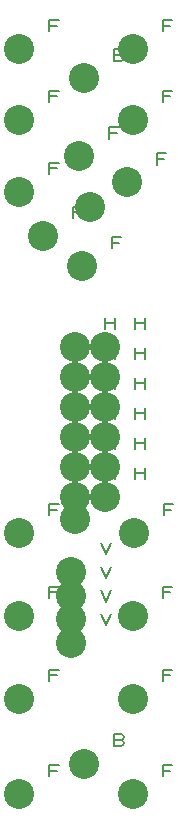
<source format=gbr>
G04 DesignSpark PCB PRO Gerber Version 10.0 Build 5299*
G04 #@! TF.Part,Single*
G04 #@! TF.FileFunction,Drillmap*
G04 #@! TF.FilePolarity,Positive*
%FSLAX35Y35*%
%MOIN*%
%ADD119C,0.00500*%
G04 #@! TA.AperFunction,ViaPad*
%ADD118C,0.10000*%
G04 #@! TD.AperFunction*
X0Y0D02*
D02*
D118*
X25841Y13636D03*
Y45526D03*
Y73085D03*
Y100644D03*
Y214423D03*
Y238439D03*
Y262061D03*
X33715Y199856D03*
X43163Y64030D03*
Y71904D03*
Y79778D03*
Y87652D03*
X44344Y105368D03*
X44581Y112848D03*
Y122848D03*
Y132848D03*
Y142848D03*
Y152848D03*
Y162848D03*
X45919Y226234D03*
X46707Y189719D03*
X47494Y23872D03*
Y252219D03*
X49463Y209305D03*
X54581Y112848D03*
Y122848D03*
Y132848D03*
Y142848D03*
Y152848D03*
Y162848D03*
X61667Y217573D03*
X63636Y13636D03*
Y45526D03*
Y73085D03*
Y238439D03*
Y262061D03*
X64030Y100644D03*
D02*
D119*
X35841Y19573D02*
Y23323D01*
X38966D01*
X38341Y21448D02*
X35841D01*
Y51463D02*
Y55213D01*
X38966D01*
X38341Y53338D02*
X35841D01*
Y79022D02*
Y82772D01*
X38966D01*
X38341Y80897D02*
X35841D01*
Y106581D02*
Y110331D01*
X38966D01*
X38341Y108456D02*
X35841D01*
Y220361D02*
Y224111D01*
X38966D01*
X38341Y222236D02*
X35841D01*
Y244376D02*
Y248126D01*
X38966D01*
X38341Y246252D02*
X35841D01*
Y267998D02*
Y271748D01*
X38966D01*
X38341Y269874D02*
X35841D01*
X43715Y205794D02*
Y209544D01*
X46840D01*
X46215Y207669D02*
X43715D01*
X53163Y73717D02*
X54726Y69967D01*
X56289Y73717D01*
X53163Y81591D02*
X54726Y77841D01*
X56289Y81591D01*
X53163Y89465D02*
X54726Y85715D01*
X56289Y89465D01*
X53163Y97339D02*
X54726Y93589D01*
X56289Y97339D01*
X54344Y111306D02*
Y115056D01*
X57470D01*
X56844Y113181D02*
X54344D01*
X54581Y118786D02*
Y122536D01*
Y120661D02*
X57706D01*
Y118786D02*
Y122536D01*
X54581Y128786D02*
Y132536D01*
Y130661D02*
X57706D01*
Y128786D02*
Y132536D01*
X54581Y138786D02*
Y142536D01*
Y140661D02*
X57706D01*
Y138786D02*
Y142536D01*
X54581Y148786D02*
Y152536D01*
Y150661D02*
X57706D01*
Y148786D02*
Y152536D01*
X54581Y158786D02*
Y162536D01*
Y160661D02*
X57706D01*
Y158786D02*
Y162536D01*
X54581Y168786D02*
Y172536D01*
Y170661D02*
X57706D01*
Y168786D02*
Y172536D01*
X55919Y232172D02*
Y235922D01*
X59044D01*
X58419Y234047D02*
X55919D01*
X56707Y195656D02*
Y199406D01*
X59832D01*
X59207Y197531D02*
X56707D01*
X59681Y31685D02*
X60307Y31372D01*
X60619Y30747D01*
X60307Y30122D01*
X59681Y29809D01*
X57494D01*
Y33559D01*
X59681D01*
X60307Y33247D01*
X60619Y32622D01*
X60307Y31997D01*
X59681Y31685D01*
X57494D01*
X59681Y260031D02*
X60307Y259719D01*
X60619Y259094D01*
X60307Y258469D01*
X59681Y258156D01*
X57494D01*
Y261906D01*
X59681D01*
X60307Y261594D01*
X60619Y260969D01*
X60307Y260344D01*
X59681Y260031D01*
X57494D01*
X59463Y215243D02*
Y218993D01*
X62588D01*
X61963Y217118D02*
X59463D01*
X64581Y118786D02*
Y122536D01*
Y120661D02*
X67706D01*
Y118786D02*
Y122536D01*
X64581Y128786D02*
Y132536D01*
Y130661D02*
X67706D01*
Y128786D02*
Y132536D01*
X64581Y138786D02*
Y142536D01*
Y140661D02*
X67706D01*
Y138786D02*
Y142536D01*
X64581Y148786D02*
Y152536D01*
Y150661D02*
X67706D01*
Y148786D02*
Y152536D01*
X64581Y158786D02*
Y162536D01*
Y160661D02*
X67706D01*
Y158786D02*
Y162536D01*
X64581Y168786D02*
Y172536D01*
Y170661D02*
X67706D01*
Y168786D02*
Y172536D01*
X71667Y223510D02*
Y227260D01*
X74793D01*
X74167Y225385D02*
X71667D01*
X73636Y19573D02*
Y23323D01*
X76761D01*
X76136Y21448D02*
X73636D01*
Y51463D02*
Y55213D01*
X76761D01*
X76136Y53338D02*
X73636D01*
Y79022D02*
Y82772D01*
X76761D01*
X76136Y80897D02*
X73636D01*
Y244376D02*
Y248126D01*
X76761D01*
X76136Y246252D02*
X73636D01*
Y267998D02*
Y271748D01*
X76761D01*
X76136Y269874D02*
X73636D01*
X74030Y106581D02*
Y110331D01*
X77155D01*
X76530Y108456D02*
X74030D01*
X0Y0D02*
M02*

</source>
